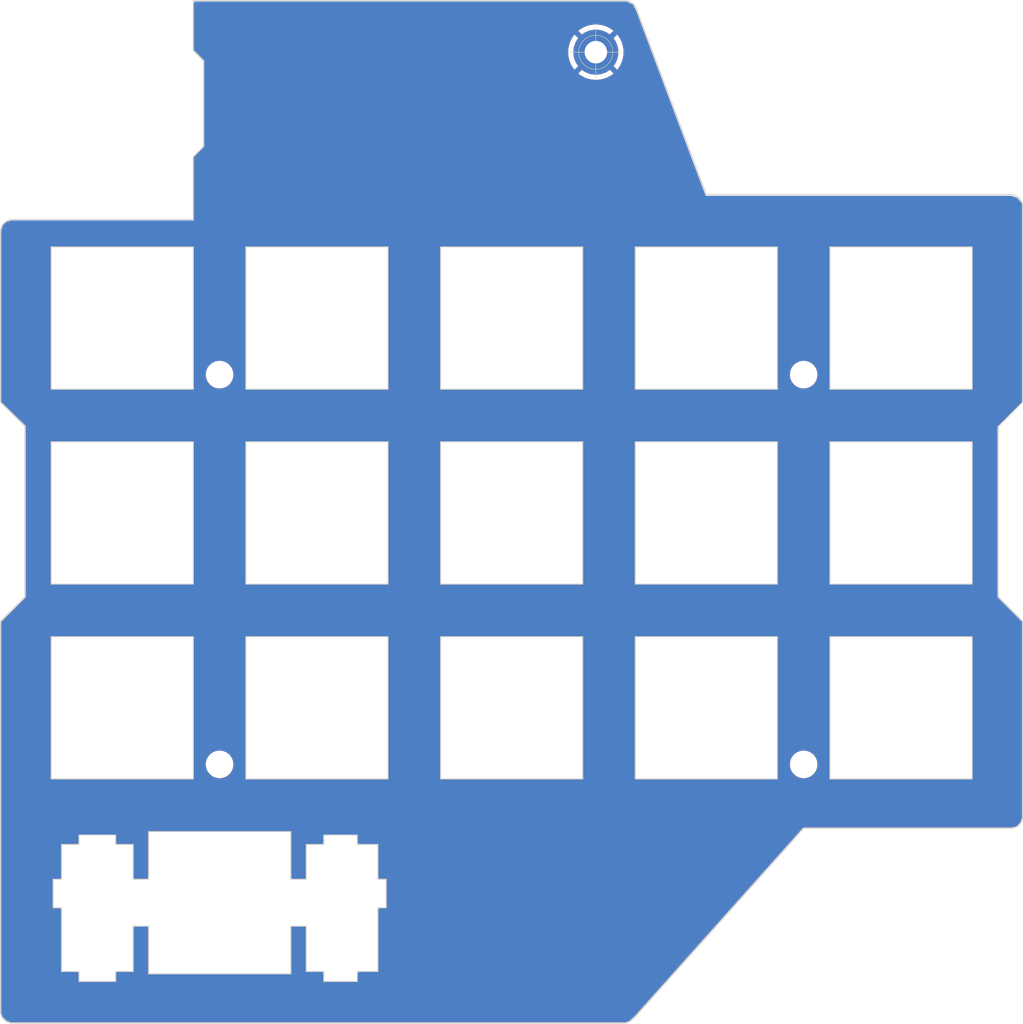
<source format=kicad_pcb>
(kicad_pcb (version 20221018) (generator pcbnew)
  (title_block (title "REVIUNG34-SPLIT-R-TOP") (date "2019-08-30") (rev "1.0"))
  (layers (0 "F.Cu" signal) (31 "B.Cu" signal) (34 "B.Paste" user) (35 "F.Paste" user) (36 "B.SilkS" user "B.Silkscreen") (37 "F.SilkS" user "F.Silkscreen") (38 "B.Mask" user) (39 "F.Mask" user) (44 "Edge.Cuts" user))
  (net 0 "")
  (net 1 "GND")
  (footprint "MountingHole:MountingHole_2.2mm_M2_Pad" (layer "F.Cu") (at 108.26 55.05)
    (fp_text reference "H1" hide)
    (fp_text value "MountingHole_Pad")
    (pad "1" thru_hole circle (at 0 0) (size 4.4 4.4) (drill 2.2) (layers "*.Cu" "*.Mask") (net 1 "GND"))
  )
  (footprint "MountingHole:MountingHole_2.2mm_M2" (layer "F.Cu") (at 71.45 86.58)
    (fp_text reference "H2" hide)
    (fp_text value "MountingHole_2.2mm_M2")
    (pad "" np_thru_hole circle (at 0 0) (size 2.2 2.2) (drill 2.2) (layers "*.Cu" "*.Mask"))
  )
  (footprint "MountingHole:MountingHole_2.2mm_M2" (layer "F.Cu") (at 71.45 124.69)
    (fp_text reference "H3" hide)
    (fp_text value "MountingHole_2.2mm_M2")
    (pad "" np_thru_hole circle (at 0 0) (size 2.2 2.2) (drill 2.2) (layers "*.Cu" "*.Mask"))
  )
  (footprint "MountingHole:MountingHole_2.2mm_M2" (layer "F.Cu") (at 128.59 124.69)
    (fp_text reference "H4" hide)
    (fp_text value "MountingHole_2.2mm_M2")
    (pad "" np_thru_hole circle (at 0 0) (size 2.2 2.2) (drill 2.2) (layers "*.Cu" "*.Mask"))
  )
  (footprint "MountingHole:MountingHole_2.2mm_M2" (layer "F.Cu") (at 128.59 86.58)
    (fp_text reference "H5" hide)
    (fp_text value "MountingHole_2.2mm_M2")
    (pad "" np_thru_hole circle (at 0 0) (size 2.2 2.2) (drill 2.2) (layers "*.Cu" "*.Mask"))
  )
  (gr_line (start 126.016624 126.10956) (end 112.116624 126.10957) (stroke (width 0.1)) (layer "Edge.Cuts"))
  (gr_line (start 93.071073 74.100652) (end 106.971073 74.100642) (stroke (width 0.1)) (layer "Edge.Cuts"))
  (gr_line (start 81.645369 145.912088) (end 84.923359 145.912088) (stroke (width 0.1)) (layer "Edge.Cuts"))
  (gr_curve (pts (xy 50.021073 110.699094) (xy 50.021073 110.699094) (xy 52.404993 108.315088) (xy 52.404993 108.315088)) (stroke (width 0.1)) (layer "Edge.Cuts"))
  (gr_line (start 131.162154 93.155111) (end 145.062154 93.155101) (stroke (width 0.1)) (layer "Edge.Cuts"))
  (gr_line (start 54.980001 126.10957) (end 54.979991 112.20957) (stroke (width 0.1)) (layer "Edge.Cuts"))
  (gr_curve (pts (xy 147.637165 108.315088) (xy 147.637165 108.315088) (xy 150.021085 110.699094) (xy 150.021085 110.699094)) (stroke (width 0.1)) (layer "Edge.Cuts"))
  (gr_line (start 93.071083 88.000652) (end 93.071073 74.100652) (stroke (width 0.1)) (layer "Edge.Cuts"))
  (gr_line (start 55.990088 138.710483) (end 55.990088 144.937637) (stroke (width 0.1)) (layer "Edge.Cuts"))
  (gr_line (start 64.510516 140.498469) (end 64.510516 145.167094) (stroke (width 0.1)) (layer "Edge.Cuts"))
  (gr_curve (pts (xy 51.21299 150.000012) (xy 50.554654 150.000012) (xy 50.020987 149.469747) (xy 50.020987 148.811432)) (stroke (width 0.1)) (layer "Edge.Cuts"))
  (gr_line (start 79.931908 135.928181) (end 78.417063 135.928181) (stroke (width 0.1)) (layer "Edge.Cuts"))
  (gr_line (start 93.071083 126.10957) (end 93.071073 112.20957) (stroke (width 0.1)) (layer "Edge.Cuts"))
  (gr_line (start 126.016624 107.055101) (end 112.116624 107.055111) (stroke (width 0.1)) (layer "Edge.Cuts"))
  (gr_line (start 68.880001 88.000642) (end 54.980001 88.000652) (stroke (width 0.1)) (layer "Edge.Cuts"))
  (gr_line (start 106.971073 112.20956) (end 106.971083 126.10956) (stroke (width 0.1)) (layer "Edge.Cuts"))
  (gr_line (start 86.93686 135.928181) (end 86.93686 132.519143) (stroke (width 0.1)) (layer "Edge.Cuts"))
  (gr_line (start 106.971083 126.10956) (end 93.071083 126.10957) (stroke (width 0.1)) (layer "Edge.Cuts"))
  (gr_line (start 87.925542 107.055101) (end 74.025542 107.055111) (stroke (width 0.1)) (layer "Edge.Cuts"))
  (gr_line (start 78.417063 131.259554) (end 64.510516 131.259554) (stroke (width 0.1)) (layer "Edge.Cuts"))
  (gr_line (start 64.510516 135.928181) (end 62.995701 135.928181) (stroke (width 0.1)) (layer "Edge.Cuts"))
  (gr_line (start 112.116624 126.10957) (end 112.116614 112.20957) (stroke (width 0.1)) (layer "Edge.Cuts"))
  (gr_line (start 126.016614 112.20956) (end 126.016624 126.10956) (stroke (width 0.1)) (layer "Edge.Cuts"))
  (gr_line (start 78.417063 140.498469) (end 79.931908 140.498469) (stroke (width 0.1)) (layer "Edge.Cuts"))
  (gr_line (start 84.923359 131.606278) (end 81.645369 131.606278) (stroke (width 0.1)) (layer "Edge.Cuts"))
  (gr_line (start 74.025542 88.000652) (end 74.025532 74.100652) (stroke (width 0.1)) (layer "Edge.Cuts"))
  (gr_line (start 54.979991 112.20957) (end 68.879991 112.20956) (stroke (width 0.1)) (layer "Edge.Cuts"))
  (gr_line (start 62.995701 132.519143) (end 61.28221 132.519143) (stroke (width 0.1)) (layer "Edge.Cuts"))
  (gr_curve (pts (xy 148.829168 130.945533) (xy 148.829168 130.945533) (xy 128.583827 130.945533) (xy 128.583827 130.945533)) (stroke (width 0.1)) (layer "Edge.Cuts"))
  (gr_line (start 55.990088 144.937637) (end 57.703579 144.937637) (stroke (width 0.1)) (layer "Edge.Cuts"))
  (gr_line (start 61.28221 144.937637) (end 62.995701 144.937637) (stroke (width 0.1)) (layer "Edge.Cuts"))
  (gr_line (start 106.971083 107.055101) (end 93.071083 107.055111) (stroke (width 0.1)) (layer "Edge.Cuts"))
  (gr_curve (pts (xy 119.066622 68.971086) (xy 119.066622 68.971086) (xy 148.829082 68.971086) (xy 148.829082 68.971086)) (stroke (width 0.1)) (layer "Edge.Cuts"))
  (gr_line (start 87.925542 88.000642) (end 74.025542 88.000652) (stroke (width 0.1)) (layer "Edge.Cuts"))
  (gr_line (start 79.931908 140.498469) (end 79.931908 144.937637) (stroke (width 0.1)) (layer "Edge.Cuts"))
  (gr_line (start 68.879991 74.100642) (end 68.880001 88.000642) (stroke (width 0.1)) (layer "Edge.Cuts"))
  (gr_line (start 55.170613 135.928181) (end 55.170613 138.710483) (stroke (width 0.1)) (layer "Edge.Cuts"))
  (gr_line (start 112.116614 74.100652) (end 126.016614 74.100642) (stroke (width 0.1)) (layer "Edge.Cuts"))
  (gr_line (start 126.016614 74.100642) (end 126.016624 88.000642) (stroke (width 0.1)) (layer "Edge.Cuts"))
  (gr_line (start 81.645369 131.606278) (end 81.645369 132.519143) (stroke (width 0.1)) (layer "Edge.Cuts"))
  (gr_line (start 84.923359 144.937637) (end 86.93686 144.937637) (stroke (width 0.1)) (layer "Edge.Cuts"))
  (gr_line (start 68.880001 107.055101) (end 54.980001 107.055111) (stroke (width 0.1)) (layer "Edge.Cuts"))
  (gr_line (start 74.025532 112.20957) (end 87.925532 112.20956) (stroke (width 0.1)) (layer "Edge.Cuts"))
  (gr_line (start 131.162154 74.100652) (end 145.062154 74.100642) (stroke (width 0.1)) (layer "Edge.Cuts"))
  (gr_line (start 145.062154 93.155101) (end 145.062165 107.055101) (stroke (width 0.1)) (layer "Edge.Cuts"))
  (gr_curve (pts (xy 112.221325 50.785632) (xy 112.221325 50.785632) (xy 119.066622 68.971086) (xy 119.066622 68.971086)) (stroke (width 0.1)) (layer "Edge.Cuts"))
  (gr_line (start 55.990088 135.928181) (end 55.170613 135.928181) (stroke (width 0.1)) (layer "Edge.Cuts"))
  (gr_line (start 81.645369 132.519143) (end 79.931908 132.519143) (stroke (width 0.1)) (layer "Edge.Cuts"))
  (gr_curve (pts (xy 68.88 71.402618) (xy 68.88 71.402618) (xy 68.88 65.279828) (xy 68.88 65.279828)) (stroke (width 0.1)) (layer "Edge.Cuts"))
  (gr_line (start 61.28221 132.519143) (end 61.28221 131.606278) (stroke (width 0.1)) (layer "Edge.Cuts"))
  (gr_curve (pts (xy 52.404993 91.644637) (xy 52.404993 91.644637) (xy 50.021073 89.260631) (xy 50.021073 89.260631)) (stroke (width 0.1)) (layer "Edge.Cuts"))
  (gr_curve (pts (xy 50.021073 89.260631) (xy 50.021073 89.260631) (xy 50.021073 72.594621) (xy 50.021073 72.594621)) (stroke (width 0.1)) (layer "Edge.Cuts"))
  (gr_line (start 106.971073 74.100642) (end 106.971083 88.000642) (stroke (width 0.1)) (layer "Edge.Cuts"))
  (gr_line (start 55.990088 132.519143) (end 55.990088 135.928181) (stroke (width 0.1)) (layer "Edge.Cuts"))
  (gr_line (start 78.417063 145.167094) (end 78.417063 140.498469) (stroke (width 0.1)) (layer "Edge.Cuts"))
  (gr_line (start 64.510516 145.167094) (end 78.417063 145.167094) (stroke (width 0.1)) (layer "Edge.Cuts"))
  (gr_line (start 126.016614 93.155101) (end 126.016624 107.055101) (stroke (width 0.1)) (layer "Edge.Cuts"))
  (gr_line (start 87.756335 135.928181) (end 86.93686 135.928181) (stroke (width 0.1)) (layer "Edge.Cuts"))
  (gr_line (start 81.645369 144.937637) (end 81.645369 145.912088) (stroke (width 0.1)) (layer "Edge.Cuts"))
  (gr_line (start 61.28221 145.912088) (end 61.28221 144.937637) (stroke (width 0.1)) (layer "Edge.Cuts"))
  (gr_line (start 145.062154 112.20956) (end 145.062165 126.10956) (stroke (width 0.1)) (layer "Edge.Cuts"))
  (gr_curve (pts (xy 150.021085 110.699094) (xy 150.021085 110.699094) (xy 150.021085 129.752669) (xy 150.021085 129.752669)) (stroke (width 0.1)) (layer "Edge.Cuts"))
  (gr_line (start 131.162165 88.000652) (end 131.162154 74.100652) (stroke (width 0.1)) (layer "Edge.Cuts"))
  (gr_line (start 87.925542 126.10956) (end 74.025542 126.10957) (stroke (width 0.1)) (layer "Edge.Cuts"))
  (gr_line (start 55.170613 138.710483) (end 55.990088 138.710483) (stroke (width 0.1)) (layer "Edge.Cuts"))
  (gr_line (start 87.925532 74.100642) (end 87.925542 88.000642) (stroke (width 0.1)) (layer "Edge.Cuts"))
  (gr_line (start 86.93686 138.710483) (end 87.756335 138.710483) (stroke (width 0.1)) (layer "Edge.Cuts"))
  (gr_line (start 145.062165 88.000642) (end 131.162165 88.000652) (stroke (width 0.1)) (layer "Edge.Cuts"))
  (gr_line (start 74.025532 93.155111) (end 87.925532 93.155101) (stroke (width 0.1)) (layer "Edge.Cuts"))
  (gr_curve (pts (xy 52.404993 108.315088) (xy 52.404993 108.315088) (xy 52.404993 91.644637) (xy 52.404993 91.644637)) (stroke (width 0.1)) (layer "Edge.Cuts"))
  (gr_line (start 54.980001 107.055111) (end 54.979991 93.155111) (stroke (width 0.1)) (layer "Edge.Cuts"))
  (gr_line (start 62.995701 144.937637) (end 62.995701 140.498469) (stroke (width 0.1)) (layer "Edge.Cuts"))
  (gr_line (start 145.062154 74.100642) (end 145.062165 88.000642) (stroke (width 0.1)) (layer "Edge.Cuts"))
  (gr_line (start 74.025542 107.055111) (end 74.025532 93.155111) (stroke (width 0.1)) (layer "Edge.Cuts"))
  (gr_line (start 64.510516 131.259554) (end 64.510516 135.928181) (stroke (width 0.1)) (layer "Edge.Cuts"))
  (gr_line (start 145.062165 126.10956) (end 131.162165 126.10957) (stroke (width 0.1)) (layer "Edge.Cuts"))
  (gr_line (start 74.025532 74.100652) (end 87.925532 74.100642) (stroke (width 0.1)) (layer "Edge.Cuts"))
  (gr_line (start 68.879991 93.155101) (end 68.880001 107.055101) (stroke (width 0.1)) (layer "Edge.Cuts"))
  (gr_line (start 78.417063 135.928181) (end 78.417063 131.259554) (stroke (width 0.1)) (layer "Edge.Cuts"))
  (gr_line (start 106.971073 93.155101) (end 106.971083 107.055101) (stroke (width 0.1)) (layer "Edge.Cuts"))
  (gr_line (start 112.116614 112.20957) (end 126.016614 112.20956) (stroke (width 0.1)) (layer "Edge.Cuts"))
  (gr_curve (pts (xy 148.829082 68.971086) (xy 149.487396 68.971086) (xy 150.021085 69.504753) (xy 150.021085 70.163089)) (stroke (width 0.1)) (layer "Edge.Cuts"))
  (gr_line (start 93.071073 93.155111) (end 106.971073 93.155101) (stroke (width 0.1)) (layer "Edge.Cuts"))
  (gr_curve (pts (xy 68.88 65.279828) (xy 68.88 65.279828) (xy 69.880897 64.279846) (xy 69.880897 64.279846)) (stroke (width 0.1)) (layer "Edge.Cuts"))
  (gr_line (start 62.995701 140.498469) (end 64.510516 140.498469) (stroke (width 0.1)) (layer "Edge.Cuts"))
  (gr_line (start 68.879991 112.20956) (end 68.880001 126.10956) (stroke (width 0.1)) (layer "Edge.Cuts"))
  (gr_curve (pts (xy 50.020987 148.811432) (xy 50.020987 148.811432) (xy 50.021073 110.699094) (xy 50.021073 110.699094)) (stroke (width 0.1)) (layer "Edge.Cuts"))
  (gr_curve (pts (xy 128.583827 130.945533) (xy 128.583827 130.945533) (xy 112.20354 149.25839) (xy 112.20354 149.25839)) (stroke (width 0.1)) (layer "Edge.Cuts"))
  (gr_curve (pts (xy 150.021085 70.163089) (xy 150.021085 70.163089) (xy 150.021085 89.260631) (xy 150.021085 89.260631)) (stroke (width 0.1)) (layer "Edge.Cuts"))
  (gr_curve (pts (xy 150.021171 129.75353) (xy 150.021171 130.411866) (xy 149.487483 130.945533) (xy 148.829168 130.945533)) (stroke (width 0.1)) (layer "Edge.Cuts"))
  (gr_line (start 62.995701 135.928181) (end 62.995701 132.519143) (stroke (width 0.1)) (layer "Edge.Cuts"))
  (gr_line (start 57.703579 144.937637) (end 57.703579 145.912088) (stroke (width 0.1)) (layer "Edge.Cuts"))
  (gr_line (start 61.28221 131.606278) (end 57.703579 131.606278) (stroke (width 0.1)) (layer "Edge.Cuts"))
  (gr_line (start 131.162165 126.10957) (end 131.162154 112.20957) (stroke (width 0.1)) (layer "Edge.Cuts"))
  (gr_line (start 86.93686 132.519143) (end 84.923359 132.519143) (stroke (width 0.1)) (layer "Edge.Cuts"))
  (gr_line (start 84.923359 145.912088) (end 84.923359 144.937637) (stroke (width 0.1)) (layer "Edge.Cuts"))
  (gr_curve (pts (xy 112.20354 149.25839) (xy 112.20354 149.25839) (xy 111.597956 150.000012) (xy 111.099645 150.000012)) (stroke (width 0.1)) (layer "Edge.Cuts"))
  (gr_line (start 112.116624 107.055111) (end 112.116614 93.155111) (stroke (width 0.1)) (layer "Edge.Cuts"))
  (gr_line (start 54.980001 88.000652) (end 54.979991 74.100652) (stroke (width 0.1)) (layer "Edge.Cuts"))
  (gr_line (start 126.016624 88.000642) (end 112.116624 88.000652) (stroke (width 0.1)) (layer "Edge.Cuts"))
  (gr_line (start 79.931908 132.519143) (end 79.931908 135.928181) (stroke (width 0.1)) (layer "Edge.Cuts"))
  (gr_curve (pts (xy 68.88 54.895837) (xy 68.88 54.895837) (xy 68.88 50) (xy 68.88 50)) (stroke (width 0.1)) (layer "Edge.Cuts"))
  (gr_line (start 86.93686 144.937637) (end 86.93686 138.710483) (stroke (width 0.1)) (layer "Edge.Cuts"))
  (gr_curve (pts (xy 69.880886 55.895839) (xy 69.880886 55.895839) (xy 68.88 54.895837) (xy 68.88 54.895837)) (stroke (width 0.1)) (layer "Edge.Cuts"))
  (gr_curve (pts (xy 50.021073 72.594621) (xy 50.021073 71.936307) (xy 50.554762 71.402618) (xy 51.213076 71.402618)) (stroke (width 0.1)) (layer "Edge.Cuts"))
  (gr_curve (pts (xy 150.021085 89.260631) (xy 150.021085 89.260631) (xy 147.637165 91.644637) (xy 147.637165 91.644637)) (stroke (width 0.1)) (layer "Edge.Cuts"))
  (gr_line (start 68.880001 126.10956) (end 54.980001 126.10957) (stroke (width 0.1)) (layer "Edge.Cuts"))
  (gr_curve (pts (xy 111.101195 49.999074) (xy 111.615268 49.999074) (xy 112.049393 50.326315) (xy 112.216696 50.782381)) (stroke (width 0.1)) (layer "Edge.Cuts"))
  (gr_curve (pts (xy 111.092023 50) (xy 111.095166 49.999978) (xy 111.098052 49.999074) (xy 111.101195 49.999074)) (stroke (width 0.1)) (layer "Edge.Cuts"))
  (gr_line (start 87.756335 138.710483) (end 87.756335 135.928181) (stroke (width 0.1)) (layer "Edge.Cuts"))
  (gr_line (start 74.025542 126.10957) (end 74.025532 112.20957) (stroke (width 0.1)) (layer "Edge.Cuts"))
  (gr_line (start 131.162154 112.20957) (end 145.062154 112.20956) (stroke (width 0.1)) (layer "Edge.Cuts"))
  (gr_line (start 145.062165 107.055101) (end 131.162165 107.055111) (stroke (width 0.1)) (layer "Edge.Cuts"))
  (gr_line (start 112.116614 93.155111) (end 126.016614 93.155101) (stroke (width 0.1)) (layer "Edge.Cuts"))
  (gr_curve (pts (xy 150.021085 129.752669) (xy 150.021085 129.75297) (xy 150.021171 129.753229) (xy 150.021171 129.75353)) (stroke (width 0.1)) (layer "Edge.Cuts"))
  (gr_line (start 87.925532 93.155101) (end 87.925542 107.055101) (stroke (width 0.1)) (layer "Edge.Cuts"))
  (gr_line (start 131.162165 107.055111) (end 131.162154 93.155111) (stroke (width 0.1)) (layer "Edge.Cuts"))
  (gr_line (start 57.703579 131.606278) (end 57.703579 132.519143) (stroke (width 0.1)) (layer "Edge.Cuts"))
  (gr_line (start 106.971083 88.000642) (end 93.071083 88.000652) (stroke (width 0.1)) (layer "Edge.Cuts"))
  (gr_line (start 84.923359 132.519143) (end 84.923359 131.606278) (stroke (width 0.1)) (layer "Edge.Cuts"))
  (gr_line (start 112.116624 88.000652) (end 112.116614 74.100652) (stroke (width 0.1)) (layer "Edge.Cuts"))
  (gr_curve (pts (xy 51.213076 71.402618) (xy 51.213076 71.402618) (xy 68.88 71.402618) (xy 68.88 71.402618)) (stroke (width 0.1)) (layer "Edge.Cuts"))
  (gr_line (start 54.979991 93.155111) (end 68.879991 93.155101) (stroke (width 0.1)) (layer "Edge.Cuts"))
  (gr_line (start 54.979991 74.100652) (end 68.879991 74.100642) (stroke (width 0.1)) (layer "Edge.Cuts"))
  (gr_curve (pts (xy 111.099645 150.000012) (xy 111.099645 150.000012) (xy 51.21299 150.000012) (xy 51.21299 150.000012)) (stroke (width 0.1)) (layer "Edge.Cuts"))
  (gr_line (start 57.703579 132.519143) (end 55.990088 132.519143) (stroke (width 0.1)) (layer "Edge.Cuts"))
  (gr_line (start 93.071073 112.20957) (end 106.971073 112.20956) (stroke (width 0.1)) (layer "Edge.Cuts"))
  (gr_curve (pts (xy 112.216696 50.782381) (xy 112.216696 50.782381) (xy 112.221325 50.785632) (xy 112.221325 50.785632)) (stroke (width 0.1)) (layer "Edge.Cuts"))
  (gr_curve (pts (xy 69.880897 64.279846) (xy 69.880897 64.279846) (xy 69.880886 55.895839) (xy 69.880886 55.895839)) (stroke (width 0.1)) (layer "Edge.Cuts"))
  (gr_line (start 79.931908 144.937637) (end 81.645369 144.937637) (stroke (width 0.1)) (layer "Edge.Cuts"))
  (gr_line (start 87.925532 112.20956) (end 87.925542 126.10956) (stroke (width 0.1)) (layer "Edge.Cuts"))
  (gr_curve (pts (xy 147.637165 91.644637) (xy 147.637165 91.644637) (xy 147.637165 108.315088) (xy 147.637165 108.315088)) (stroke (width 0.1)) (layer "Edge.Cuts"))
  (gr_line (start 93.071083 107.055111) (end 93.071073 93.155111) (stroke (width 0.1)) (layer "Edge.Cuts"))
  (gr_curve (pts (xy 68.88 50) (xy 68.88 50) (xy 111.092023 50) (xy 111.092023 50)) (stroke (width 0.1)) (layer "Edge.Cuts"))
  (gr_line (start 57.703579 145.912088) (end 61.28221 145.912088) (stroke (width 0.1)) (layer "Edge.Cuts"))
  (target plus (at 108.25 55.06) (size 5) (width 0.05) (layer "Edge.Cuts"))
  (zone (net 1) (net_name "GND") (layer "F.Cu") (connect_pads (clearance 0.508)) (min_thickness 0.254) (fill yes (thermal_gap 0.508) (thermal_bridge_width 0.508))
    (polygon (pts (xy 69 50.1) (xy 111.3 50.1) (xy 111.9 50.4) (xy 112.2 51) (xy 119 69.1) (xy 148.9 69.1) (xy 149.5 69.3) (xy 149.9 69.8) (xy 149.95 70.05) (xy 149.95 89.25) (xy 147.55 91.65) (xy 147.55 108.35) (xy 149.95 110.75) (xy 149.95 129.9) (xy 149.75 130.4) (xy 149.4 130.75) (xy 148.9 130.85) (xy 128.55 130.85) (xy 112.1 149.25) (xy 111.5 149.8) (xy 111.15 149.9) (xy 51 149.9) (xy 50.6 149.75) (xy 50.25 149.4) (xy 50.1 149) (xy 50.1 110.75) (xy 52.5 108.35) (xy 52.5 91.6) (xy 50.1 89.25) (xy 50.1 72.5) (xy 50.25 72) (xy 50.6 71.65) (xy 51.1 71.5) (xy 68.95 71.5) (xy 68.95 65.3) (xy 69.95 64.3) (xy 69.95 55.85) (xy 68.95 54.85) (xy 68.95 50.1)))
  )
  (zone (net 1) (net_name "GND") (layer "B.Cu") (connect_pads (clearance 0.508)) (min_thickness 0.254) (fill yes (thermal_gap 0.508) (thermal_bridge_width 0.508))
    (polygon (pts (xy 68.95 50.1) (xy 111.3 50.1) (xy 111.9 50.4) (xy 112.2 51) (xy 119 69.1) (xy 148.9 69.1) (xy 149.5 69.3) (xy 149.9 69.8) (xy 149.95 70.05) (xy 149.95 89.25) (xy 147.55 91.65) (xy 147.55 108.35) (xy 149.95 110.75) (xy 149.95 129.9) (xy 149.75 130.4) (xy 149.4 130.75) (xy 148.9 130.85) (xy 128.55 130.85) (xy 112.05 149.3) (xy 111.5 149.8) (xy 111.15 149.9) (xy 51 149.9) (xy 50.6 149.75) (xy 50.25 149.4) (xy 50.1 149) (xy 50.1 110.75) (xy 52.5 108.35) (xy 52.5 91.6) (xy 50.1 89.25) (xy 50.1 72.5) (xy 50.25 72) (xy 50.6 71.65) (xy 51.1 71.5) (xy 68.95 71.5) (xy 68.95 65.3) (xy 69.95 64.3) (xy 69.95 55.85) (xy 68.95 54.85)))
  )
)
</source>
